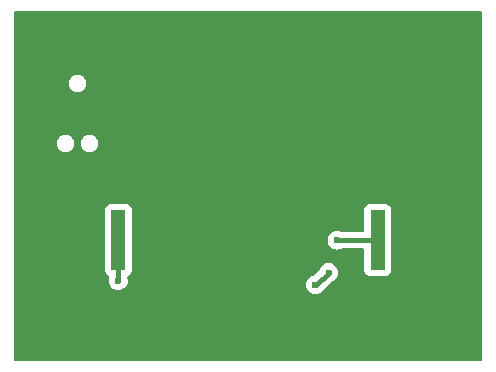
<source format=gbl>
G04 #@! TF.GenerationSoftware,KiCad,Pcbnew,8.0.6*
G04 #@! TF.CreationDate,2024-11-12T21:30:20-08:00*
G04 #@! TF.ProjectId,sensor_board,73656e73-6f72-45f6-926f-6172642e6b69,rev?*
G04 #@! TF.SameCoordinates,Original*
G04 #@! TF.FileFunction,Copper,L2,Bot*
G04 #@! TF.FilePolarity,Positive*
%FSLAX46Y46*%
G04 Gerber Fmt 4.6, Leading zero omitted, Abs format (unit mm)*
G04 Created by KiCad (PCBNEW 8.0.6) date 2024-11-12 21:30:20*
%MOMM*%
%LPD*%
G01*
G04 APERTURE LIST*
G04 #@! TA.AperFunction,ComponentPad*
%ADD10C,4.400000*%
G04 #@! TD*
G04 #@! TA.AperFunction,SMDPad,CuDef*
%ADD11R,3.960000X3.960000*%
G04 #@! TD*
G04 #@! TA.AperFunction,SMDPad,CuDef*
%ADD12R,1.270000X5.080000*%
G04 #@! TD*
G04 #@! TA.AperFunction,ViaPad*
%ADD13C,0.600000*%
G04 #@! TD*
G04 #@! TA.AperFunction,Conductor*
%ADD14C,0.400000*%
G04 #@! TD*
G04 APERTURE END LIST*
D10*
G04 #@! TO.P,H4,1,1*
G04 #@! TO.N,GND*
X37800000Y-27800000D03*
G04 #@! TD*
G04 #@! TO.P,H3,1,1*
G04 #@! TO.N,GND*
X2800000Y-27800000D03*
G04 #@! TD*
G04 #@! TO.P,H2,1,1*
G04 #@! TO.N,GND*
X37800000Y-2800000D03*
G04 #@! TD*
G04 #@! TO.P,H1,1,1*
G04 #@! TO.N,GND*
X2800000Y-2800000D03*
G04 #@! TD*
D11*
G04 #@! TO.P,BT2,N*
G04 #@! TO.N,GND*
X20300000Y-19892000D03*
D12*
G04 #@! TO.P,BT2,P1*
G04 #@! TO.N,Net-(D1-A2)*
X31285000Y-19892000D03*
G04 #@! TO.P,BT2,P2*
X9315000Y-19892000D03*
G04 #@! TD*
D13*
G04 #@! TO.N,GND*
X34950400Y-1371600D03*
X12877800Y-7010400D03*
X21666200Y-16281400D03*
X4241800Y-10464800D03*
X2209800Y-24180800D03*
X38709600Y-11379200D03*
X2311400Y-6273800D03*
X27635200Y-1473200D03*
X12928600Y-3327400D03*
X29108400Y-26517600D03*
X21869400Y-10795000D03*
X34467800Y-7010400D03*
X35839400Y-23291800D03*
X34848800Y-26543000D03*
X13233400Y-17932400D03*
X38709600Y-10617200D03*
X23500000Y-2750000D03*
X33147000Y-12039600D03*
X34518600Y-13208000D03*
X17348200Y-3327400D03*
X35814000Y-22479000D03*
X6197600Y-1778000D03*
X19456400Y-10617200D03*
X27584400Y-3937000D03*
X34518600Y-13893800D03*
X2540000Y-20828000D03*
X33502600Y-13512800D03*
X13766800Y-10668000D03*
X34442400Y-8534400D03*
X17297400Y-7086600D03*
X8509000Y-13639800D03*
X34518600Y-14579600D03*
X22555200Y-10795000D03*
X6731000Y-28194000D03*
G04 #@! TO.N,Net-(D1-A2)*
X27116920Y-22641680D03*
X26009600Y-23672800D03*
X27838400Y-19888200D03*
X9315000Y-23317200D03*
G04 #@! TD*
D14*
G04 #@! TO.N,Net-(D1-A2)*
X26085800Y-23672800D02*
X27116920Y-22641680D01*
X31285000Y-19892000D02*
X27842200Y-19892000D01*
X9315000Y-23317200D02*
X9315000Y-19892000D01*
X27842200Y-19892000D02*
X27838400Y-19888200D01*
X26009600Y-23672800D02*
X26085800Y-23672800D01*
G04 #@! TD*
G04 #@! TA.AperFunction,Conductor*
G04 #@! TO.N,GND*
G36*
X40042539Y-520185D02*
G01*
X40088294Y-572989D01*
X40099500Y-624500D01*
X40099500Y-29975500D01*
X40079815Y-30042539D01*
X40027011Y-30088294D01*
X39975500Y-30099500D01*
X624500Y-30099500D01*
X557461Y-30079815D01*
X511706Y-30027011D01*
X500500Y-29975500D01*
X500500Y-17304135D01*
X8179500Y-17304135D01*
X8179500Y-22479870D01*
X8179501Y-22479876D01*
X8185908Y-22539483D01*
X8236202Y-22674328D01*
X8236206Y-22674335D01*
X8322452Y-22789544D01*
X8322455Y-22789547D01*
X8437664Y-22875793D01*
X8437673Y-22875798D01*
X8486318Y-22893941D01*
X8542252Y-22935811D01*
X8566670Y-23001275D01*
X8560028Y-23051078D01*
X8529631Y-23137945D01*
X8529630Y-23137950D01*
X8509435Y-23317196D01*
X8509435Y-23317203D01*
X8529630Y-23496449D01*
X8529631Y-23496454D01*
X8589211Y-23666723D01*
X8685184Y-23819462D01*
X8812738Y-23947016D01*
X8903080Y-24003782D01*
X8932586Y-24022322D01*
X8965478Y-24042989D01*
X9135745Y-24102568D01*
X9135750Y-24102569D01*
X9314996Y-24122765D01*
X9315000Y-24122765D01*
X9315004Y-24122765D01*
X9494249Y-24102569D01*
X9494252Y-24102568D01*
X9494255Y-24102568D01*
X9664522Y-24042989D01*
X9817262Y-23947016D01*
X9944816Y-23819462D01*
X10036972Y-23672796D01*
X25204035Y-23672796D01*
X25204035Y-23672803D01*
X25224230Y-23852049D01*
X25224231Y-23852054D01*
X25283811Y-24022323D01*
X25379784Y-24175062D01*
X25507338Y-24302616D01*
X25660078Y-24398589D01*
X25830345Y-24458168D01*
X25830350Y-24458169D01*
X26009596Y-24478365D01*
X26009600Y-24478365D01*
X26009604Y-24478365D01*
X26188849Y-24458169D01*
X26188852Y-24458168D01*
X26188855Y-24458168D01*
X26359122Y-24398589D01*
X26511862Y-24302616D01*
X26639416Y-24175062D01*
X26735389Y-24022322D01*
X26735389Y-24022320D01*
X26739094Y-24016425D01*
X26739847Y-24016898D01*
X26758138Y-23991117D01*
X27316210Y-23433045D01*
X27362933Y-23403687D01*
X27466442Y-23367469D01*
X27619182Y-23271496D01*
X27746736Y-23143942D01*
X27842709Y-22991202D01*
X27902288Y-22820935D01*
X27918806Y-22674331D01*
X27922485Y-22641683D01*
X27922485Y-22641676D01*
X27902289Y-22462430D01*
X27902288Y-22462425D01*
X27842708Y-22292156D01*
X27746735Y-22139417D01*
X27619182Y-22011864D01*
X27466443Y-21915891D01*
X27296174Y-21856311D01*
X27296169Y-21856310D01*
X27116924Y-21836115D01*
X27116916Y-21836115D01*
X26937670Y-21856310D01*
X26937665Y-21856311D01*
X26767396Y-21915891D01*
X26614657Y-22011864D01*
X26487104Y-22139417D01*
X26391132Y-22292155D01*
X26391131Y-22292156D01*
X26354912Y-22395664D01*
X26325552Y-22442389D01*
X25917561Y-22850380D01*
X25856238Y-22883865D01*
X25843771Y-22885918D01*
X25830354Y-22887430D01*
X25830344Y-22887432D01*
X25660078Y-22947010D01*
X25507337Y-23042984D01*
X25379784Y-23170537D01*
X25283811Y-23323276D01*
X25224231Y-23493545D01*
X25224230Y-23493550D01*
X25204035Y-23672796D01*
X10036972Y-23672796D01*
X10040789Y-23666722D01*
X10100368Y-23496455D01*
X10100369Y-23496449D01*
X10120565Y-23317203D01*
X10120565Y-23317196D01*
X10100369Y-23137950D01*
X10100367Y-23137940D01*
X10069972Y-23051079D01*
X10066409Y-22981300D01*
X10101138Y-22920672D01*
X10143678Y-22893942D01*
X10192331Y-22875796D01*
X10307546Y-22789546D01*
X10393796Y-22674331D01*
X10444091Y-22539483D01*
X10450500Y-22479873D01*
X10450499Y-19888196D01*
X27032835Y-19888196D01*
X27032835Y-19888203D01*
X27053030Y-20067449D01*
X27053031Y-20067454D01*
X27112611Y-20237723D01*
X27208584Y-20390462D01*
X27336138Y-20518016D01*
X27488878Y-20613989D01*
X27634628Y-20664989D01*
X27659145Y-20673568D01*
X27659150Y-20673569D01*
X27838396Y-20693765D01*
X27838400Y-20693765D01*
X27838404Y-20693765D01*
X28017649Y-20673569D01*
X28017651Y-20673568D01*
X28017655Y-20673568D01*
X28017658Y-20673566D01*
X28017662Y-20673566D01*
X28187919Y-20613990D01*
X28187918Y-20613990D01*
X28187922Y-20613989D01*
X28191872Y-20611506D01*
X28257845Y-20592500D01*
X30025501Y-20592500D01*
X30092540Y-20612185D01*
X30138295Y-20664989D01*
X30149501Y-20716500D01*
X30149501Y-22479876D01*
X30155908Y-22539483D01*
X30206202Y-22674328D01*
X30206206Y-22674335D01*
X30292452Y-22789544D01*
X30292455Y-22789547D01*
X30407664Y-22875793D01*
X30407671Y-22875797D01*
X30542517Y-22926091D01*
X30542516Y-22926091D01*
X30549444Y-22926835D01*
X30602127Y-22932500D01*
X31967872Y-22932499D01*
X32027483Y-22926091D01*
X32162331Y-22875796D01*
X32277546Y-22789546D01*
X32363796Y-22674331D01*
X32414091Y-22539483D01*
X32420500Y-22479873D01*
X32420499Y-17304128D01*
X32414091Y-17244517D01*
X32363796Y-17109669D01*
X32363795Y-17109668D01*
X32363793Y-17109664D01*
X32277547Y-16994455D01*
X32277544Y-16994452D01*
X32162335Y-16908206D01*
X32162328Y-16908202D01*
X32027482Y-16857908D01*
X32027483Y-16857908D01*
X31967883Y-16851501D01*
X31967881Y-16851500D01*
X31967873Y-16851500D01*
X31967864Y-16851500D01*
X30602129Y-16851500D01*
X30602123Y-16851501D01*
X30542516Y-16857908D01*
X30407671Y-16908202D01*
X30407664Y-16908206D01*
X30292455Y-16994452D01*
X30292452Y-16994455D01*
X30206206Y-17109664D01*
X30206202Y-17109671D01*
X30155908Y-17244517D01*
X30149501Y-17304116D01*
X30149501Y-17304123D01*
X30149500Y-17304135D01*
X30149500Y-19067500D01*
X30129815Y-19134539D01*
X30077011Y-19180294D01*
X30025500Y-19191500D01*
X28269941Y-19191500D01*
X28203968Y-19172493D01*
X28187924Y-19162411D01*
X28187918Y-19162409D01*
X28017662Y-19102833D01*
X28017649Y-19102830D01*
X27838404Y-19082635D01*
X27838396Y-19082635D01*
X27659150Y-19102830D01*
X27659145Y-19102831D01*
X27488876Y-19162411D01*
X27336137Y-19258384D01*
X27208584Y-19385937D01*
X27112611Y-19538676D01*
X27053031Y-19708945D01*
X27053030Y-19708950D01*
X27032835Y-19888196D01*
X10450499Y-19888196D01*
X10450499Y-17304128D01*
X10444091Y-17244517D01*
X10393796Y-17109669D01*
X10393795Y-17109668D01*
X10393793Y-17109664D01*
X10307547Y-16994455D01*
X10307544Y-16994452D01*
X10192335Y-16908206D01*
X10192328Y-16908202D01*
X10057482Y-16857908D01*
X10057483Y-16857908D01*
X9997883Y-16851501D01*
X9997881Y-16851500D01*
X9997873Y-16851500D01*
X9997864Y-16851500D01*
X8632129Y-16851500D01*
X8632123Y-16851501D01*
X8572516Y-16857908D01*
X8437671Y-16908202D01*
X8437664Y-16908206D01*
X8322455Y-16994452D01*
X8322452Y-16994455D01*
X8236206Y-17109664D01*
X8236202Y-17109671D01*
X8185908Y-17244517D01*
X8179501Y-17304116D01*
X8179501Y-17304123D01*
X8179500Y-17304135D01*
X500500Y-17304135D01*
X500500Y-11616520D01*
X4104000Y-11616520D01*
X4104000Y-11763479D01*
X4132666Y-11907592D01*
X4132669Y-11907604D01*
X4188899Y-12043357D01*
X4188906Y-12043370D01*
X4270543Y-12165547D01*
X4270546Y-12165551D01*
X4374448Y-12269453D01*
X4374452Y-12269456D01*
X4496629Y-12351093D01*
X4496642Y-12351100D01*
X4632395Y-12407330D01*
X4632400Y-12407332D01*
X4776520Y-12435999D01*
X4776524Y-12436000D01*
X4776525Y-12436000D01*
X4923476Y-12436000D01*
X4923477Y-12435999D01*
X5067600Y-12407332D01*
X5203364Y-12351097D01*
X5325548Y-12269456D01*
X5429456Y-12165548D01*
X5511097Y-12043364D01*
X5567332Y-11907600D01*
X5596000Y-11763475D01*
X5596000Y-11616525D01*
X5595999Y-11616520D01*
X6134000Y-11616520D01*
X6134000Y-11763479D01*
X6162666Y-11907592D01*
X6162669Y-11907604D01*
X6218899Y-12043357D01*
X6218906Y-12043370D01*
X6300543Y-12165547D01*
X6300546Y-12165551D01*
X6404448Y-12269453D01*
X6404452Y-12269456D01*
X6526629Y-12351093D01*
X6526642Y-12351100D01*
X6662395Y-12407330D01*
X6662400Y-12407332D01*
X6806520Y-12435999D01*
X6806524Y-12436000D01*
X6806525Y-12436000D01*
X6953476Y-12436000D01*
X6953477Y-12435999D01*
X7097600Y-12407332D01*
X7233364Y-12351097D01*
X7355548Y-12269456D01*
X7459456Y-12165548D01*
X7541097Y-12043364D01*
X7597332Y-11907600D01*
X7626000Y-11763475D01*
X7626000Y-11616525D01*
X7597332Y-11472400D01*
X7597330Y-11472395D01*
X7541100Y-11336642D01*
X7541093Y-11336629D01*
X7459456Y-11214452D01*
X7459453Y-11214448D01*
X7355551Y-11110546D01*
X7355547Y-11110543D01*
X7233370Y-11028906D01*
X7233357Y-11028899D01*
X7097604Y-10972669D01*
X7097592Y-10972666D01*
X6953479Y-10944000D01*
X6953475Y-10944000D01*
X6806525Y-10944000D01*
X6806520Y-10944000D01*
X6662407Y-10972666D01*
X6662395Y-10972669D01*
X6526642Y-11028899D01*
X6526629Y-11028906D01*
X6404452Y-11110543D01*
X6404448Y-11110546D01*
X6300546Y-11214448D01*
X6300543Y-11214452D01*
X6218906Y-11336629D01*
X6218899Y-11336642D01*
X6162669Y-11472395D01*
X6162666Y-11472407D01*
X6134000Y-11616520D01*
X5595999Y-11616520D01*
X5567332Y-11472400D01*
X5567330Y-11472395D01*
X5511100Y-11336642D01*
X5511093Y-11336629D01*
X5429456Y-11214452D01*
X5429453Y-11214448D01*
X5325551Y-11110546D01*
X5325547Y-11110543D01*
X5203370Y-11028906D01*
X5203357Y-11028899D01*
X5067604Y-10972669D01*
X5067592Y-10972666D01*
X4923479Y-10944000D01*
X4923475Y-10944000D01*
X4776525Y-10944000D01*
X4776520Y-10944000D01*
X4632407Y-10972666D01*
X4632395Y-10972669D01*
X4496642Y-11028899D01*
X4496629Y-11028906D01*
X4374452Y-11110543D01*
X4374448Y-11110546D01*
X4270546Y-11214448D01*
X4270543Y-11214452D01*
X4188906Y-11336629D01*
X4188899Y-11336642D01*
X4132669Y-11472395D01*
X4132666Y-11472407D01*
X4104000Y-11616520D01*
X500500Y-11616520D01*
X500500Y-6536520D01*
X5119000Y-6536520D01*
X5119000Y-6683479D01*
X5147666Y-6827592D01*
X5147669Y-6827604D01*
X5203899Y-6963357D01*
X5203906Y-6963370D01*
X5285543Y-7085547D01*
X5285546Y-7085551D01*
X5389448Y-7189453D01*
X5389452Y-7189456D01*
X5511629Y-7271093D01*
X5511642Y-7271100D01*
X5647395Y-7327330D01*
X5647400Y-7327332D01*
X5791520Y-7355999D01*
X5791524Y-7356000D01*
X5791525Y-7356000D01*
X5938476Y-7356000D01*
X5938477Y-7355999D01*
X6082600Y-7327332D01*
X6218364Y-7271097D01*
X6340548Y-7189456D01*
X6444456Y-7085548D01*
X6526097Y-6963364D01*
X6582332Y-6827600D01*
X6611000Y-6683475D01*
X6611000Y-6536525D01*
X6582332Y-6392400D01*
X6582330Y-6392395D01*
X6526100Y-6256642D01*
X6526093Y-6256629D01*
X6444456Y-6134452D01*
X6444453Y-6134448D01*
X6340551Y-6030546D01*
X6340547Y-6030543D01*
X6218370Y-5948906D01*
X6218357Y-5948899D01*
X6082604Y-5892669D01*
X6082592Y-5892666D01*
X5938479Y-5864000D01*
X5938475Y-5864000D01*
X5791525Y-5864000D01*
X5791520Y-5864000D01*
X5647407Y-5892666D01*
X5647395Y-5892669D01*
X5511642Y-5948899D01*
X5511629Y-5948906D01*
X5389452Y-6030543D01*
X5389448Y-6030546D01*
X5285546Y-6134448D01*
X5285543Y-6134452D01*
X5203906Y-6256629D01*
X5203899Y-6256642D01*
X5147669Y-6392395D01*
X5147666Y-6392407D01*
X5119000Y-6536520D01*
X500500Y-6536520D01*
X500500Y-624500D01*
X520185Y-557461D01*
X572989Y-511706D01*
X624500Y-500500D01*
X39975500Y-500500D01*
X40042539Y-520185D01*
G37*
G04 #@! TD.AperFunction*
G04 #@! TD*
M02*

</source>
